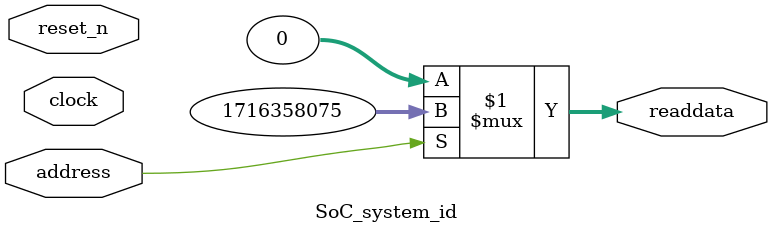
<source format=v>

`timescale 1ns / 1ps
// synthesis translate_on

// turn off superfluous verilog processor warnings 
// altera message_level Level1 
// altera message_off 10034 10035 10036 10037 10230 10240 10030 

module SoC_system_id (
               // inputs:
                address,
                clock,
                reset_n,

               // outputs:
                readdata
             )
;

  output  [ 31: 0] readdata;
  input            address;
  input            clock;
  input            reset_n;

  wire    [ 31: 0] readdata;
  //control_slave, which is an e_avalon_slave
  assign readdata = address ? 1716358075 : 0;

endmodule




</source>
